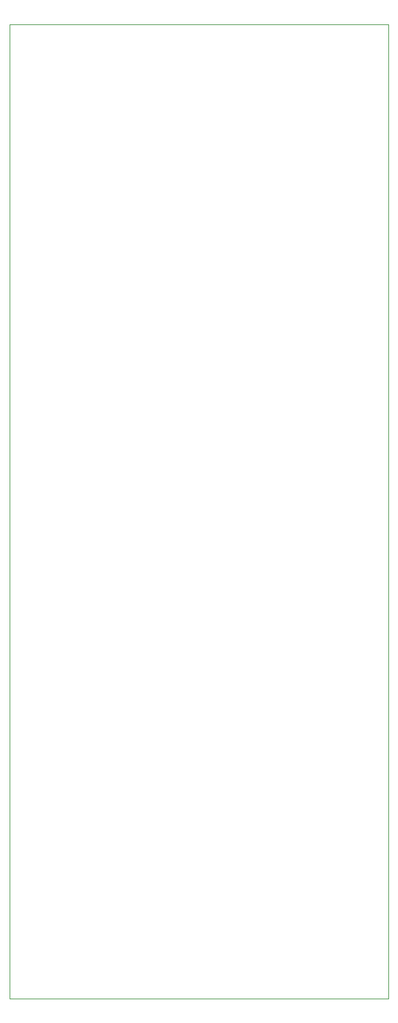
<source format=gm1>
G04 #@! TF.GenerationSoftware,KiCad,Pcbnew,6.0.9+dfsg-1~bpo11+1*
G04 #@! TF.CreationDate,2022-12-28T23:15:14+00:00*
G04 #@! TF.ProjectId,MS20-VCF,4d533230-2d56-4434-962e-6b696361645f,rev?*
G04 #@! TF.SameCoordinates,Original*
G04 #@! TF.FileFunction,Profile,NP*
%FSLAX46Y46*%
G04 Gerber Fmt 4.6, Leading zero omitted, Abs format (unit mm)*
G04 Created by KiCad (PCBNEW 6.0.9+dfsg-1~bpo11+1) date 2022-12-28 23:15:14*
%MOMM*%
%LPD*%
G01*
G04 APERTURE LIST*
G04 #@! TA.AperFunction,Profile*
%ADD10C,0.050000*%
G04 #@! TD*
G04 APERTURE END LIST*
D10*
X153000000Y-27000000D02*
X153000000Y-155500000D01*
X103000000Y-27000000D02*
X102999999Y-155500000D01*
X153000000Y-155500000D02*
X102999999Y-155500000D01*
X103000000Y-27000000D02*
X153000000Y-27000000D01*
M02*

</source>
